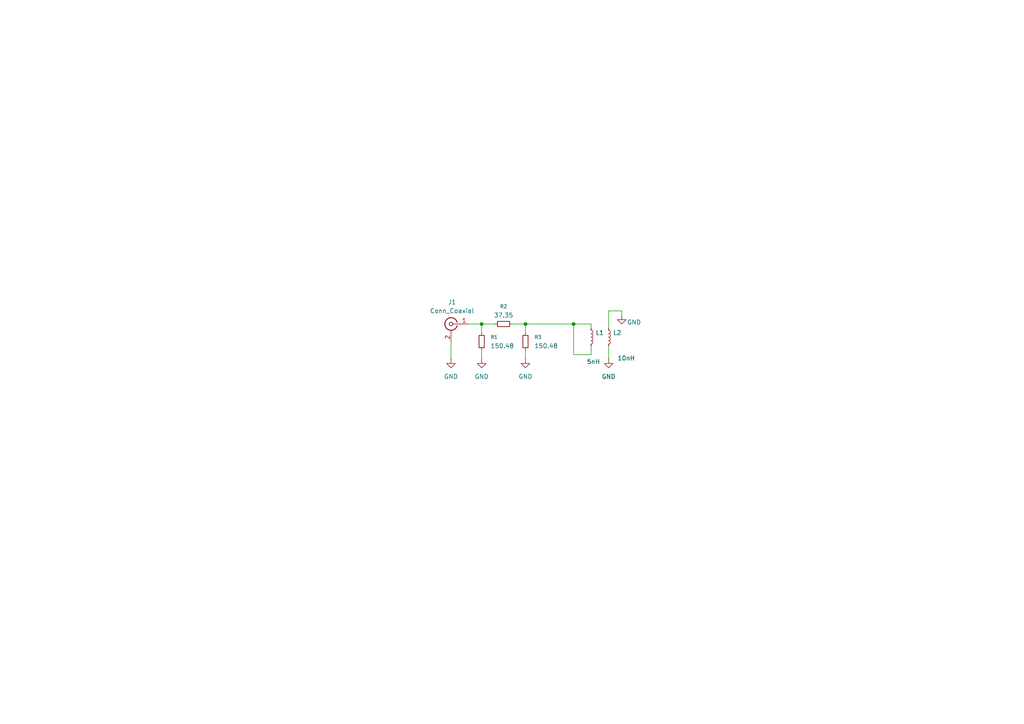
<source format=kicad_sch>
(kicad_sch
	(version 20250114)
	(generator "eeschema")
	(generator_version "9.0")
	(uuid "d49cec93-04e8-4f91-9510-55e38a35099d")
	(paper "A4")
	(lib_symbols
		(symbol "Connector:Conn_Coaxial"
			(pin_names
				(offset 1.016)
				(hide yes)
			)
			(exclude_from_sim no)
			(in_bom yes)
			(on_board yes)
			(property "Reference" "J"
				(at 0.254 3.048 0)
				(effects
					(font
						(size 1.27 1.27)
					)
				)
			)
			(property "Value" "Conn_Coaxial"
				(at 2.921 0 90)
				(effects
					(font
						(size 1.27 1.27)
					)
				)
			)
			(property "Footprint" ""
				(at 0 0 0)
				(effects
					(font
						(size 1.27 1.27)
					)
					(hide yes)
				)
			)
			(property "Datasheet" "~"
				(at 0 0 0)
				(effects
					(font
						(size 1.27 1.27)
					)
					(hide yes)
				)
			)
			(property "Description" "coaxial connector (BNC, SMA, SMB, SMC, Cinch/RCA, LEMO, ...)"
				(at 0 0 0)
				(effects
					(font
						(size 1.27 1.27)
					)
					(hide yes)
				)
			)
			(property "ki_keywords" "BNC SMA SMB SMC LEMO coaxial connector CINCH RCA MCX MMCX U.FL UMRF"
				(at 0 0 0)
				(effects
					(font
						(size 1.27 1.27)
					)
					(hide yes)
				)
			)
			(property "ki_fp_filters" "*BNC* *SMA* *SMB* *SMC* *Cinch* *LEMO* *UMRF* *MCX* *U.FL*"
				(at 0 0 0)
				(effects
					(font
						(size 1.27 1.27)
					)
					(hide yes)
				)
			)
			(symbol "Conn_Coaxial_0_1"
				(polyline
					(pts
						(xy -2.54 0) (xy -0.508 0)
					)
					(stroke
						(width 0)
						(type default)
					)
					(fill
						(type none)
					)
				)
				(arc
					(start 1.778 0)
					(mid 0.222 -1.8079)
					(end -1.778 -0.508)
					(stroke
						(width 0.254)
						(type default)
					)
					(fill
						(type none)
					)
				)
				(arc
					(start -1.778 0.508)
					(mid 0.2221 1.8084)
					(end 1.778 0)
					(stroke
						(width 0.254)
						(type default)
					)
					(fill
						(type none)
					)
				)
				(circle
					(center 0 0)
					(radius 0.508)
					(stroke
						(width 0.2032)
						(type default)
					)
					(fill
						(type none)
					)
				)
				(polyline
					(pts
						(xy 0 -2.54) (xy 0 -1.778)
					)
					(stroke
						(width 0)
						(type default)
					)
					(fill
						(type none)
					)
				)
			)
			(symbol "Conn_Coaxial_1_1"
				(pin passive line
					(at -5.08 0 0)
					(length 2.54)
					(name "In"
						(effects
							(font
								(size 1.27 1.27)
							)
						)
					)
					(number "1"
						(effects
							(font
								(size 1.27 1.27)
							)
						)
					)
				)
				(pin passive line
					(at 0 -5.08 90)
					(length 2.54)
					(name "Ext"
						(effects
							(font
								(size 1.27 1.27)
							)
						)
					)
					(number "2"
						(effects
							(font
								(size 1.27 1.27)
							)
						)
					)
				)
			)
			(embedded_fonts no)
		)
		(symbol "Device:L_Small"
			(pin_numbers
				(hide yes)
			)
			(pin_names
				(offset 0.254)
				(hide yes)
			)
			(exclude_from_sim no)
			(in_bom yes)
			(on_board yes)
			(property "Reference" "L"
				(at 0.762 1.016 0)
				(effects
					(font
						(size 1.27 1.27)
					)
					(justify left)
				)
			)
			(property "Value" "L_Small"
				(at 0.762 -1.016 0)
				(effects
					(font
						(size 1.27 1.27)
					)
					(justify left)
				)
			)
			(property "Footprint" ""
				(at 0 0 0)
				(effects
					(font
						(size 1.27 1.27)
					)
					(hide yes)
				)
			)
			(property "Datasheet" "~"
				(at 0 0 0)
				(effects
					(font
						(size 1.27 1.27)
					)
					(hide yes)
				)
			)
			(property "Description" "Inductor, small symbol"
				(at 0 0 0)
				(effects
					(font
						(size 1.27 1.27)
					)
					(hide yes)
				)
			)
			(property "ki_keywords" "inductor choke coil reactor magnetic"
				(at 0 0 0)
				(effects
					(font
						(size 1.27 1.27)
					)
					(hide yes)
				)
			)
			(property "ki_fp_filters" "Choke_* *Coil* Inductor_* L_*"
				(at 0 0 0)
				(effects
					(font
						(size 1.27 1.27)
					)
					(hide yes)
				)
			)
			(symbol "L_Small_0_1"
				(arc
					(start 0 2.032)
					(mid 0.5058 1.524)
					(end 0 1.016)
					(stroke
						(width 0)
						(type default)
					)
					(fill
						(type none)
					)
				)
				(arc
					(start 0 1.016)
					(mid 0.5058 0.508)
					(end 0 0)
					(stroke
						(width 0)
						(type default)
					)
					(fill
						(type none)
					)
				)
				(arc
					(start 0 0)
					(mid 0.5058 -0.508)
					(end 0 -1.016)
					(stroke
						(width 0)
						(type default)
					)
					(fill
						(type none)
					)
				)
				(arc
					(start 0 -1.016)
					(mid 0.5058 -1.524)
					(end 0 -2.032)
					(stroke
						(width 0)
						(type default)
					)
					(fill
						(type none)
					)
				)
			)
			(symbol "L_Small_1_1"
				(pin passive line
					(at 0 2.54 270)
					(length 0.508)
					(name "~"
						(effects
							(font
								(size 1.27 1.27)
							)
						)
					)
					(number "1"
						(effects
							(font
								(size 1.27 1.27)
							)
						)
					)
				)
				(pin passive line
					(at 0 -2.54 90)
					(length 0.508)
					(name "~"
						(effects
							(font
								(size 1.27 1.27)
							)
						)
					)
					(number "2"
						(effects
							(font
								(size 1.27 1.27)
							)
						)
					)
				)
			)
			(embedded_fonts no)
		)
		(symbol "Device:R_Small"
			(pin_numbers
				(hide yes)
			)
			(pin_names
				(offset 0.254)
				(hide yes)
			)
			(exclude_from_sim no)
			(in_bom yes)
			(on_board yes)
			(property "Reference" "R"
				(at 0 0 90)
				(effects
					(font
						(size 1.016 1.016)
					)
				)
			)
			(property "Value" "R_Small"
				(at 1.778 0 90)
				(effects
					(font
						(size 1.27 1.27)
					)
				)
			)
			(property "Footprint" ""
				(at 0 0 0)
				(effects
					(font
						(size 1.27 1.27)
					)
					(hide yes)
				)
			)
			(property "Datasheet" "~"
				(at 0 0 0)
				(effects
					(font
						(size 1.27 1.27)
					)
					(hide yes)
				)
			)
			(property "Description" "Resistor, small symbol"
				(at 0 0 0)
				(effects
					(font
						(size 1.27 1.27)
					)
					(hide yes)
				)
			)
			(property "ki_keywords" "R resistor"
				(at 0 0 0)
				(effects
					(font
						(size 1.27 1.27)
					)
					(hide yes)
				)
			)
			(property "ki_fp_filters" "R_*"
				(at 0 0 0)
				(effects
					(font
						(size 1.27 1.27)
					)
					(hide yes)
				)
			)
			(symbol "R_Small_0_1"
				(rectangle
					(start -0.762 1.778)
					(end 0.762 -1.778)
					(stroke
						(width 0.2032)
						(type default)
					)
					(fill
						(type none)
					)
				)
			)
			(symbol "R_Small_1_1"
				(pin passive line
					(at 0 2.54 270)
					(length 0.762)
					(name "~"
						(effects
							(font
								(size 1.27 1.27)
							)
						)
					)
					(number "1"
						(effects
							(font
								(size 1.27 1.27)
							)
						)
					)
				)
				(pin passive line
					(at 0 -2.54 90)
					(length 0.762)
					(name "~"
						(effects
							(font
								(size 1.27 1.27)
							)
						)
					)
					(number "2"
						(effects
							(font
								(size 1.27 1.27)
							)
						)
					)
				)
			)
			(embedded_fonts no)
		)
		(symbol "power:GND"
			(power)
			(pin_numbers
				(hide yes)
			)
			(pin_names
				(offset 0)
				(hide yes)
			)
			(exclude_from_sim no)
			(in_bom yes)
			(on_board yes)
			(property "Reference" "#PWR"
				(at 0 -6.35 0)
				(effects
					(font
						(size 1.27 1.27)
					)
					(hide yes)
				)
			)
			(property "Value" "GND"
				(at 0 -3.81 0)
				(effects
					(font
						(size 1.27 1.27)
					)
				)
			)
			(property "Footprint" ""
				(at 0 0 0)
				(effects
					(font
						(size 1.27 1.27)
					)
					(hide yes)
				)
			)
			(property "Datasheet" ""
				(at 0 0 0)
				(effects
					(font
						(size 1.27 1.27)
					)
					(hide yes)
				)
			)
			(property "Description" "Power symbol creates a global label with name \"GND\" , ground"
				(at 0 0 0)
				(effects
					(font
						(size 1.27 1.27)
					)
					(hide yes)
				)
			)
			(property "ki_keywords" "global power"
				(at 0 0 0)
				(effects
					(font
						(size 1.27 1.27)
					)
					(hide yes)
				)
			)
			(symbol "GND_0_1"
				(polyline
					(pts
						(xy 0 0) (xy 0 -1.27) (xy 1.27 -1.27) (xy 0 -2.54) (xy -1.27 -1.27) (xy 0 -1.27)
					)
					(stroke
						(width 0)
						(type default)
					)
					(fill
						(type none)
					)
				)
			)
			(symbol "GND_1_1"
				(pin power_in line
					(at 0 0 270)
					(length 0)
					(name "~"
						(effects
							(font
								(size 1.27 1.27)
							)
						)
					)
					(number "1"
						(effects
							(font
								(size 1.27 1.27)
							)
						)
					)
				)
			)
			(embedded_fonts no)
		)
	)
	(junction
		(at 139.7 93.98)
		(diameter 0)
		(color 0 0 0 0)
		(uuid "470e4a14-3f45-4680-8e65-28f3c9f6ebc6")
	)
	(junction
		(at 166.37 93.98)
		(diameter 0)
		(color 0 0 0 0)
		(uuid "aa71215e-ec70-49bd-83ad-a6ae53358ad0")
	)
	(junction
		(at 152.4 93.98)
		(diameter 0)
		(color 0 0 0 0)
		(uuid "e8204b84-f340-4334-b092-8d6a96593835")
	)
	(wire
		(pts
			(xy 148.59 93.98) (xy 152.4 93.98)
		)
		(stroke
			(width 0)
			(type default)
		)
		(uuid "0789ea7b-c940-4d9e-bda7-b824615814ba")
	)
	(wire
		(pts
			(xy 139.7 93.98) (xy 143.51 93.98)
		)
		(stroke
			(width 0)
			(type default)
		)
		(uuid "168de576-7115-4d18-8540-02313e77acb5")
	)
	(wire
		(pts
			(xy 171.45 102.87) (xy 166.37 102.87)
		)
		(stroke
			(width 0)
			(type default)
		)
		(uuid "2b5b517f-61eb-4b8a-bdb2-070c40bcec3c")
	)
	(wire
		(pts
			(xy 152.4 93.98) (xy 152.4 96.52)
		)
		(stroke
			(width 0)
			(type default)
		)
		(uuid "2dc74374-1d6f-405d-88f1-64c473687b23")
	)
	(wire
		(pts
			(xy 139.7 101.6) (xy 139.7 104.14)
		)
		(stroke
			(width 0)
			(type default)
		)
		(uuid "360d0ded-4ce8-4ae6-9d1c-6d28e4c78d6e")
	)
	(wire
		(pts
			(xy 180.34 90.17) (xy 180.34 91.44)
		)
		(stroke
			(width 0)
			(type default)
		)
		(uuid "364cc2ba-c179-4996-a5e3-89fc74faf0d3")
	)
	(wire
		(pts
			(xy 176.53 100.33) (xy 176.53 104.14)
		)
		(stroke
			(width 0)
			(type default)
		)
		(uuid "36c2abfc-cc08-460b-8d75-256bceb862ea")
	)
	(wire
		(pts
			(xy 166.37 102.87) (xy 166.37 93.98)
		)
		(stroke
			(width 0)
			(type default)
		)
		(uuid "54ea5c47-ff22-4bbd-b1c6-5b9809ed7e63")
	)
	(wire
		(pts
			(xy 152.4 101.6) (xy 152.4 104.14)
		)
		(stroke
			(width 0)
			(type default)
		)
		(uuid "78833672-ba79-41bd-b224-242dd8029254")
	)
	(wire
		(pts
			(xy 152.4 93.98) (xy 166.37 93.98)
		)
		(stroke
			(width 0)
			(type default)
		)
		(uuid "85c9c5ad-14a3-42ea-9533-29b9d8cf3785")
	)
	(wire
		(pts
			(xy 139.7 93.98) (xy 139.7 96.52)
		)
		(stroke
			(width 0)
			(type default)
		)
		(uuid "98457e49-40d5-4fdb-9445-432184bd4a90")
	)
	(wire
		(pts
			(xy 166.37 93.98) (xy 171.45 93.98)
		)
		(stroke
			(width 0)
			(type default)
		)
		(uuid "9a1c1453-d5e9-483c-8141-a940f197fa2a")
	)
	(wire
		(pts
			(xy 130.81 99.06) (xy 130.81 104.14)
		)
		(stroke
			(width 0)
			(type default)
		)
		(uuid "a09d388e-857c-48dd-8234-04f122dca936")
	)
	(wire
		(pts
			(xy 171.45 100.33) (xy 171.45 102.87)
		)
		(stroke
			(width 0)
			(type default)
		)
		(uuid "b58d3582-eae8-4d39-bd68-ab87ff8e988a")
	)
	(wire
		(pts
			(xy 171.45 93.98) (xy 171.45 95.25)
		)
		(stroke
			(width 0)
			(type default)
		)
		(uuid "cc1afe70-1b6d-4395-9cff-ca55ff705973")
	)
	(wire
		(pts
			(xy 135.89 93.98) (xy 139.7 93.98)
		)
		(stroke
			(width 0)
			(type default)
		)
		(uuid "e0e6f5f0-0d00-4c56-83e5-7c98b39bbaa8")
	)
	(wire
		(pts
			(xy 176.53 95.25) (xy 176.53 90.17)
		)
		(stroke
			(width 0)
			(type default)
		)
		(uuid "e2141ed6-aecc-48da-8db7-2f875625d59b")
	)
	(wire
		(pts
			(xy 176.53 90.17) (xy 180.34 90.17)
		)
		(stroke
			(width 0)
			(type default)
		)
		(uuid "fc1892c5-b71c-4128-bc89-84d36e756b40")
	)
	(symbol
		(lib_id "Device:L_Small")
		(at 171.45 97.79 0)
		(unit 1)
		(exclude_from_sim no)
		(in_bom yes)
		(on_board yes)
		(dnp no)
		(uuid "0be7e528-0f41-4731-b7da-3482c04f0a4e")
		(property "Reference" "L1"
			(at 172.72 96.5199 0)
			(effects
				(font
					(size 1.27 1.27)
				)
				(justify left)
			)
		)
		(property "Value" "5nH"
			(at 170.18 104.902 0)
			(effects
				(font
					(size 1.27 1.27)
				)
				(justify left)
			)
		)
		(property "Footprint" "Inductor_THT:L_Radial_D6.0mm_P4.00mm"
			(at 171.45 97.79 0)
			(effects
				(font
					(size 1.27 1.27)
				)
				(hide yes)
			)
		)
		(property "Datasheet" "~"
			(at 171.45 97.79 0)
			(effects
				(font
					(size 1.27 1.27)
				)
				(hide yes)
			)
		)
		(property "Description" "Inductor, small symbol"
			(at 171.45 97.79 0)
			(effects
				(font
					(size 1.27 1.27)
				)
				(hide yes)
			)
		)
		(pin "2"
			(uuid "d066973e-9dfb-4430-8b43-00044c37960f")
		)
		(pin "1"
			(uuid "6dc7f7c6-1318-4a1b-811d-e1b75d3c6dd1")
		)
		(instances
			(project ""
				(path "/d49cec93-04e8-4f91-9510-55e38a35099d"
					(reference "L1")
					(unit 1)
				)
			)
		)
	)
	(symbol
		(lib_id "Device:R_Small")
		(at 146.05 93.98 90)
		(unit 1)
		(exclude_from_sim no)
		(in_bom yes)
		(on_board yes)
		(dnp no)
		(fields_autoplaced yes)
		(uuid "103b2cc8-3ffe-4fd4-8794-028f00cc3e7b")
		(property "Reference" "R2"
			(at 146.05 88.9 90)
			(effects
				(font
					(size 1.016 1.016)
				)
			)
		)
		(property "Value" "37.35"
			(at 146.05 91.44 90)
			(effects
				(font
					(size 1.27 1.27)
				)
			)
		)
		(property "Footprint" "Resistor_SMD:R_0805_2012Metric"
			(at 146.05 93.98 0)
			(effects
				(font
					(size 1.27 1.27)
				)
				(hide yes)
			)
		)
		(property "Datasheet" "~"
			(at 146.05 93.98 0)
			(effects
				(font
					(size 1.27 1.27)
				)
				(hide yes)
			)
		)
		(property "Description" "Resistor, small symbol"
			(at 146.05 93.98 0)
			(effects
				(font
					(size 1.27 1.27)
				)
				(hide yes)
			)
		)
		(pin "1"
			(uuid "fc76a43b-6fc1-43a3-93dd-8613ee22a302")
		)
		(pin "2"
			(uuid "f83199d4-f0d2-4dbf-b04e-da4fd4c35a09")
		)
		(instances
			(project ""
				(path "/d49cec93-04e8-4f91-9510-55e38a35099d"
					(reference "R2")
					(unit 1)
				)
			)
		)
	)
	(symbol
		(lib_id "power:GND")
		(at 180.34 91.44 0)
		(unit 1)
		(exclude_from_sim no)
		(in_bom yes)
		(on_board yes)
		(dnp no)
		(uuid "3b17b82b-d5c5-499e-bc66-2e470395f73e")
		(property "Reference" "#PWR05"
			(at 180.34 97.79 0)
			(effects
				(font
					(size 1.27 1.27)
				)
				(hide yes)
			)
		)
		(property "Value" "GND"
			(at 183.896 93.472 0)
			(effects
				(font
					(size 1.27 1.27)
				)
			)
		)
		(property "Footprint" ""
			(at 180.34 91.44 0)
			(effects
				(font
					(size 1.27 1.27)
				)
				(hide yes)
			)
		)
		(property "Datasheet" ""
			(at 180.34 91.44 0)
			(effects
				(font
					(size 1.27 1.27)
				)
				(hide yes)
			)
		)
		(property "Description" "Power symbol creates a global label with name \"GND\" , ground"
			(at 180.34 91.44 0)
			(effects
				(font
					(size 1.27 1.27)
				)
				(hide yes)
			)
		)
		(pin "1"
			(uuid "13c3dcdf-0ddd-4fc0-9650-9b613e0c041a")
		)
		(instances
			(project "Tłumik-do-sondy-w-cz"
				(path "/d49cec93-04e8-4f91-9510-55e38a35099d"
					(reference "#PWR05")
					(unit 1)
				)
			)
		)
	)
	(symbol
		(lib_id "power:GND")
		(at 130.81 104.14 0)
		(unit 1)
		(exclude_from_sim no)
		(in_bom yes)
		(on_board yes)
		(dnp no)
		(fields_autoplaced yes)
		(uuid "59aca934-4a41-4b41-9c28-cd90cc03c8a5")
		(property "Reference" "#PWR01"
			(at 130.81 110.49 0)
			(effects
				(font
					(size 1.27 1.27)
				)
				(hide yes)
			)
		)
		(property "Value" "GND"
			(at 130.81 109.22 0)
			(effects
				(font
					(size 1.27 1.27)
				)
			)
		)
		(property "Footprint" ""
			(at 130.81 104.14 0)
			(effects
				(font
					(size 1.27 1.27)
				)
				(hide yes)
			)
		)
		(property "Datasheet" ""
			(at 130.81 104.14 0)
			(effects
				(font
					(size 1.27 1.27)
				)
				(hide yes)
			)
		)
		(property "Description" "Power symbol creates a global label with name \"GND\" , ground"
			(at 130.81 104.14 0)
			(effects
				(font
					(size 1.27 1.27)
				)
				(hide yes)
			)
		)
		(pin "1"
			(uuid "31a94de3-f19f-4ac2-99b0-965fce6acf0a")
		)
		(instances
			(project ""
				(path "/d49cec93-04e8-4f91-9510-55e38a35099d"
					(reference "#PWR01")
					(unit 1)
				)
			)
		)
	)
	(symbol
		(lib_id "power:GND")
		(at 176.53 104.14 0)
		(unit 1)
		(exclude_from_sim no)
		(in_bom yes)
		(on_board yes)
		(dnp no)
		(fields_autoplaced yes)
		(uuid "5d54c48d-fdc4-491b-b628-0971e142a946")
		(property "Reference" "#PWR04"
			(at 176.53 110.49 0)
			(effects
				(font
					(size 1.27 1.27)
				)
				(hide yes)
			)
		)
		(property "Value" "GND"
			(at 176.53 109.22 0)
			(effects
				(font
					(size 1.27 1.27)
				)
			)
		)
		(property "Footprint" ""
			(at 176.53 104.14 0)
			(effects
				(font
					(size 1.27 1.27)
				)
				(hide yes)
			)
		)
		(property "Datasheet" ""
			(at 176.53 104.14 0)
			(effects
				(font
					(size 1.27 1.27)
				)
				(hide yes)
			)
		)
		(property "Description" "Power symbol creates a global label with name \"GND\" , ground"
			(at 176.53 104.14 0)
			(effects
				(font
					(size 1.27 1.27)
				)
				(hide yes)
			)
		)
		(pin "1"
			(uuid "bbf9f005-7c5b-4ebd-bd8a-97dda3eb62e4")
		)
		(instances
			(project "Tłumik-do-sondy-w-cz"
				(path "/d49cec93-04e8-4f91-9510-55e38a35099d"
					(reference "#PWR04")
					(unit 1)
				)
			)
		)
	)
	(symbol
		(lib_id "Device:L_Small")
		(at 176.53 97.79 0)
		(unit 1)
		(exclude_from_sim no)
		(in_bom yes)
		(on_board yes)
		(dnp no)
		(uuid "726cebdd-d505-4926-bab0-1fb95258f53d")
		(property "Reference" "L2"
			(at 177.8 96.5199 0)
			(effects
				(font
					(size 1.27 1.27)
				)
				(justify left)
			)
		)
		(property "Value" "10nH"
			(at 179.07 103.886 0)
			(effects
				(font
					(size 1.27 1.27)
				)
				(justify left)
			)
		)
		(property "Footprint" "Inductor_THT:L_Radial_D12.0mm_P10.00mm_Neosid_SD12k_style1"
			(at 176.53 97.79 0)
			(effects
				(font
					(size 1.27 1.27)
				)
				(hide yes)
			)
		)
		(property "Datasheet" "~"
			(at 176.53 97.79 0)
			(effects
				(font
					(size 1.27 1.27)
				)
				(hide yes)
			)
		)
		(property "Description" "Inductor, small symbol"
			(at 176.53 97.79 0)
			(effects
				(font
					(size 1.27 1.27)
				)
				(hide yes)
			)
		)
		(pin "1"
			(uuid "b5f9f90d-6576-4ca6-ae9e-8b2f9d6f1fab")
		)
		(pin "2"
			(uuid "d83d4943-dea2-4c14-8743-553ef2456193")
		)
		(instances
			(project ""
				(path "/d49cec93-04e8-4f91-9510-55e38a35099d"
					(reference "L2")
					(unit 1)
				)
			)
		)
	)
	(symbol
		(lib_id "power:GND")
		(at 152.4 104.14 0)
		(unit 1)
		(exclude_from_sim no)
		(in_bom yes)
		(on_board yes)
		(dnp no)
		(fields_autoplaced yes)
		(uuid "9319962b-6763-414a-8c1b-4a00a9bbd9db")
		(property "Reference" "#PWR03"
			(at 152.4 110.49 0)
			(effects
				(font
					(size 1.27 1.27)
				)
				(hide yes)
			)
		)
		(property "Value" "GND"
			(at 152.4 109.22 0)
			(effects
				(font
					(size 1.27 1.27)
				)
			)
		)
		(property "Footprint" ""
			(at 152.4 104.14 0)
			(effects
				(font
					(size 1.27 1.27)
				)
				(hide yes)
			)
		)
		(property "Datasheet" ""
			(at 152.4 104.14 0)
			(effects
				(font
					(size 1.27 1.27)
				)
				(hide yes)
			)
		)
		(property "Description" "Power symbol creates a global label with name \"GND\" , ground"
			(at 152.4 104.14 0)
			(effects
				(font
					(size 1.27 1.27)
				)
				(hide yes)
			)
		)
		(pin "1"
			(uuid "418c110e-d430-4f77-a437-0eb111422421")
		)
		(instances
			(project "Tłumik-do-sondy-w-cz"
				(path "/d49cec93-04e8-4f91-9510-55e38a35099d"
					(reference "#PWR03")
					(unit 1)
				)
			)
		)
	)
	(symbol
		(lib_id "Device:R_Small")
		(at 152.4 99.06 0)
		(unit 1)
		(exclude_from_sim no)
		(in_bom yes)
		(on_board yes)
		(dnp no)
		(fields_autoplaced yes)
		(uuid "c0309905-d233-4344-90a9-775642945179")
		(property "Reference" "R3"
			(at 154.94 97.7899 0)
			(effects
				(font
					(size 1.016 1.016)
				)
				(justify left)
			)
		)
		(property "Value" "150.48"
			(at 154.94 100.3299 0)
			(effects
				(font
					(size 1.27 1.27)
				)
				(justify left)
			)
		)
		(property "Footprint" "Resistor_SMD:R_0805_2012Metric"
			(at 152.4 99.06 0)
			(effects
				(font
					(size 1.27 1.27)
				)
				(hide yes)
			)
		)
		(property "Datasheet" "~"
			(at 152.4 99.06 0)
			(effects
				(font
					(size 1.27 1.27)
				)
				(hide yes)
			)
		)
		(property "Description" "Resistor, small symbol"
			(at 152.4 99.06 0)
			(effects
				(font
					(size 1.27 1.27)
				)
				(hide yes)
			)
		)
		(pin "1"
			(uuid "a841b399-d342-4b9e-bf6e-c89b63d4c90a")
		)
		(pin "2"
			(uuid "e57b086f-469e-49e2-9aa4-6b5fb9749953")
		)
		(instances
			(project ""
				(path "/d49cec93-04e8-4f91-9510-55e38a35099d"
					(reference "R3")
					(unit 1)
				)
			)
		)
	)
	(symbol
		(lib_id "power:GND")
		(at 139.7 104.14 0)
		(unit 1)
		(exclude_from_sim no)
		(in_bom yes)
		(on_board yes)
		(dnp no)
		(fields_autoplaced yes)
		(uuid "f00f3247-f1b5-4fed-9cd4-076d179b2b07")
		(property "Reference" "#PWR02"
			(at 139.7 110.49 0)
			(effects
				(font
					(size 1.27 1.27)
				)
				(hide yes)
			)
		)
		(property "Value" "GND"
			(at 139.7 109.22 0)
			(effects
				(font
					(size 1.27 1.27)
				)
			)
		)
		(property "Footprint" ""
			(at 139.7 104.14 0)
			(effects
				(font
					(size 1.27 1.27)
				)
				(hide yes)
			)
		)
		(property "Datasheet" ""
			(at 139.7 104.14 0)
			(effects
				(font
					(size 1.27 1.27)
				)
				(hide yes)
			)
		)
		(property "Description" "Power symbol creates a global label with name \"GND\" , ground"
			(at 139.7 104.14 0)
			(effects
				(font
					(size 1.27 1.27)
				)
				(hide yes)
			)
		)
		(pin "1"
			(uuid "bb17c07b-be4e-43c3-b6c4-b96ef5bfa9cb")
		)
		(instances
			(project "Tłumik-do-sondy-w-cz"
				(path "/d49cec93-04e8-4f91-9510-55e38a35099d"
					(reference "#PWR02")
					(unit 1)
				)
			)
		)
	)
	(symbol
		(lib_id "Device:R_Small")
		(at 139.7 99.06 0)
		(unit 1)
		(exclude_from_sim no)
		(in_bom yes)
		(on_board yes)
		(dnp no)
		(fields_autoplaced yes)
		(uuid "f773d78f-cac8-440e-b25d-dfc48e54008a")
		(property "Reference" "R1"
			(at 142.24 97.7899 0)
			(effects
				(font
					(size 1.016 1.016)
				)
				(justify left)
			)
		)
		(property "Value" "150.48"
			(at 142.24 100.3299 0)
			(effects
				(font
					(size 1.27 1.27)
				)
				(justify left)
			)
		)
		(property "Footprint" "Resistor_SMD:R_0805_2012Metric"
			(at 139.7 99.06 0)
			(effects
				(font
					(size 1.27 1.27)
				)
				(hide yes)
			)
		)
		(property "Datasheet" "~"
			(at 139.7 99.06 0)
			(effects
				(font
					(size 1.27 1.27)
				)
				(hide yes)
			)
		)
		(property "Description" "Resistor, small symbol"
			(at 139.7 99.06 0)
			(effects
				(font
					(size 1.27 1.27)
				)
				(hide yes)
			)
		)
		(pin "1"
			(uuid "153bb558-4013-468a-8eab-fd2f8adce689")
		)
		(pin "2"
			(uuid "c245ec01-f185-4d77-a48a-95a11501df70")
		)
		(instances
			(project "Tłumik-do-sondy-w-cz"
				(path "/d49cec93-04e8-4f91-9510-55e38a35099d"
					(reference "R1")
					(unit 1)
				)
			)
		)
	)
	(symbol
		(lib_id "Connector:Conn_Coaxial")
		(at 130.81 93.98 0)
		(mirror y)
		(unit 1)
		(exclude_from_sim no)
		(in_bom yes)
		(on_board yes)
		(dnp no)
		(fields_autoplaced yes)
		(uuid "fc97141e-2a48-4c73-a44a-edce35924fc5")
		(property "Reference" "J1"
			(at 131.1274 87.63 0)
			(effects
				(font
					(size 1.27 1.27)
				)
			)
		)
		(property "Value" "Conn_Coaxial"
			(at 131.1274 90.17 0)
			(effects
				(font
					(size 1.27 1.27)
				)
			)
		)
		(property "Footprint" "Connector_Coaxial:SMA_Molex_73251-1153_EdgeMount_Horizontal"
			(at 130.81 93.98 0)
			(effects
				(font
					(size 1.27 1.27)
				)
				(hide yes)
			)
		)
		(property "Datasheet" "~"
			(at 130.81 93.98 0)
			(effects
				(font
					(size 1.27 1.27)
				)
				(hide yes)
			)
		)
		(property "Description" "coaxial connector (BNC, SMA, SMB, SMC, Cinch/RCA, LEMO, ...)"
			(at 130.81 93.98 0)
			(effects
				(font
					(size 1.27 1.27)
				)
				(hide yes)
			)
		)
		(pin "1"
			(uuid "c47c5f3a-f96f-4f2d-8b12-388611091543")
		)
		(pin "2"
			(uuid "481df55a-f612-47f4-b64a-017824987e61")
		)
		(instances
			(project ""
				(path "/d49cec93-04e8-4f91-9510-55e38a35099d"
					(reference "J1")
					(unit 1)
				)
			)
		)
	)
	(sheet_instances
		(path "/"
			(page "1")
		)
	)
	(embedded_fonts no)
)

</source>
